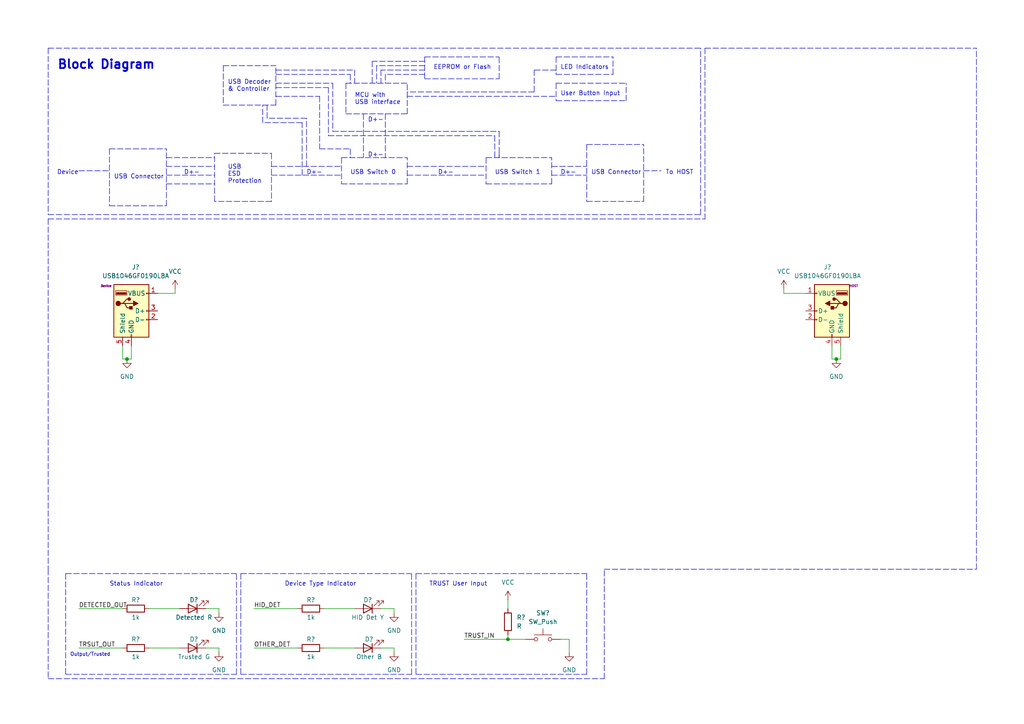
<source format=kicad_sch>
(kicad_sch (version 20210621) (generator eeschema)
  (paper "A4")
  (title_block (title "BadUSB Killer") (date "2021-11-26") (rev "2") (company "BY Xiaosheng An") (comment 1 "current status. See the block Diagram for details.") (comment 2 "devices to bypass this protection. LED Indicators show the connected device type and ") (comment 3 "Host Computer. Basically this will ban all HID devices. User can define and store trusted ") (comment 4 "This device will detect, analyse and prevent the BadUSB device from connecting to the "))
  (lib_symbols
    (symbol "Connector:USB_A" (pin_names (offset 1.016))
      (property "Reference" "J" (at -5.08 11.43 0))
      (property "Value" "USB_A" (at -5.08 8.89 0))
      (symbol "USB_A_0_1"
        (rectangle (start -5.08 -7.62) (end 5.08 7.62) (stroke (width 0.254)) (fill (type background)))
        (circle (center -3.81 2.159) (radius 0.635) (stroke (width 0.254)) (fill (type outline)))
        (rectangle (start -1.524 4.826) (end -4.318 5.334) (fill (type outline)))
        (rectangle (start -1.27 4.572) (end -4.572 5.842))
        (circle (center -0.635 3.429) (radius 0.381) (stroke (width 0.254)) (fill (type outline)))
        (rectangle (start -0.127 -7.62) (end 0.127 -6.858))
        (polyline (pts (xy -3.175 2.159) (xy -2.54 2.159) (xy -1.27 3.429) (xy -0.635 3.429)) (stroke (width 0.254)))
        (polyline (pts (xy -2.54 2.159) (xy -1.905 2.159) (xy -1.27 0.889) (xy 0 0.889)) (stroke (width 0.254)))
        (polyline (pts (xy 0.635 2.794) (xy 0.635 1.524) (xy 1.905 2.159) (xy 0.635 2.794)) (stroke (width 0.254)) (fill (type outline)))
        (rectangle (start 0.254 1.27) (end -0.508 0.508) (stroke (width 0.254)) (fill (type outline)))
        (rectangle (start 5.08 -2.667) (end 4.318 -2.413))
        (rectangle (start 5.08 -0.127) (end 4.318 0.127))
        (rectangle (start 5.08 4.953) (end 4.318 5.207))
      )
      (symbol "USB_A_1_1"
        (polyline (pts (xy -1.905 2.159) (xy 0.635 2.159)) (stroke (width 0.254)))
        (pin power_in line (at 7.62 5.08 180) (length 2.54) (name "VBUS") (number "1"))
        (pin bidirectional line (at 7.62 -2.54 180) (length 2.54) (name "D-") (number "2"))
        (pin bidirectional line (at 7.62 0 180) (length 2.54) (name "D+") (number "3"))
        (pin power_in line (at 0 -10.16 90) (length 2.54) (name "GND") (number "4"))
        (pin passive line (at -2.54 -10.16 90) (length 2.54) (name "Shield") (number "5"))
      )
    )
    (symbol "Device:LED" (pin_numbers hide) (pin_names (offset 1.016) hide)
      (property "Reference" "D" (at 0 2.54 0))
      (property "Value" "LED" (at 0 -2.54 0))
      (symbol "LED_0_1"
        (polyline (pts (xy -1.27 -1.27) (xy -1.27 1.27)) (stroke (width 0.254)))
        (polyline (pts (xy -1.27 0) (xy 1.27 0)))
        (polyline (pts (xy 1.27 -1.27) (xy 1.27 1.27) (xy -1.27 0) (xy 1.27 -1.27)) (stroke (width 0.254)))
        (polyline (pts (xy -3.048 -0.762) (xy -4.572 -2.286) (xy -3.81 -2.286) (xy -4.572 -2.286) (xy -4.572 -1.524)))
        (polyline (pts (xy -1.778 -0.762) (xy -3.302 -2.286) (xy -2.54 -2.286) (xy -3.302 -2.286) (xy -3.302 -1.524)))
      )
      (symbol "LED_1_1"
        (pin passive line (at -3.81 0 0) (length 2.54) (name "K") (number "1"))
        (pin passive line (at 3.81 0 180) (length 2.54) (name "A") (number "2"))
      )
    )
    (symbol "Device:R" (pin_numbers hide) (pin_names (offset 0))
      (property "Reference" "R" (at 2.032 0 90))
      (property "Value" "R" (at 0 0 90))
      (symbol "R_0_1"
        (rectangle (start -1.016 -2.54) (end 1.016 2.54) (stroke (width 0.254)))
      )
      (symbol "R_1_1"
        (pin passive line (at 0 3.81 270) (length 1.27) (name "~") (number "1"))
        (pin passive line (at 0 -3.81 90) (length 1.27) (name "~") (number "2"))
      )
    )
    (symbol "Switch:SW_Push" (pin_numbers hide) (pin_names (offset 1.016) hide)
      (property "Reference" "SW" (at 1.27 2.54 0))
      (property "Value" "SW_Push" (at 0 -1.524 0))
      (symbol "SW_Push_0_1"
        (circle (center -2.032 0) (radius 0.508))
        (polyline (pts (xy 0 1.27) (xy 0 3.048)))
        (polyline (pts (xy 2.54 1.27) (xy -2.54 1.27)))
        (circle (center 2.032 0) (radius 0.508))
        (pin passive line (at -5.08 0 0) (length 2.54) (name "1") (number "1"))
        (pin passive line (at 5.08 0 180) (length 2.54) (name "2") (number "2"))
      )
    )
    (symbol "power:GND" (power) (pin_names (offset 0))
      (property "Value" "GND" (at 0 -3.81 0))
      (symbol "GND_0_1"
        (polyline (pts (xy 0 0) (xy 0 -1.27) (xy 1.27 -1.27) (xy 0 -2.54) (xy -1.27 -1.27) (xy 0 -1.27)))
      )
      (symbol "GND_1_1"
        (pin power_in line (at 0 0 270) (length 0) hide (name "GND") (number "1"))
      )
    )
    (symbol "power:VCC" (power) (pin_names (offset 0))
      (property "Value" "VCC" (at 0 3.81 0))
      (symbol "VCC_0_1"
        (polyline (pts (xy -0.762 1.27) (xy 0 2.54)))
        (polyline (pts (xy 0 0) (xy 0 2.54)))
        (polyline (pts (xy 0 2.54) (xy 0.762 1.27)))
      )
      (symbol "VCC_1_1"
        (pin power_in line (at 0 0 90) (length 0) hide (name "VCC") (number "1"))
      )
    )
  )
  (junction (at 36.83 104.14))
  (junction (at 147.32 185.42))
  (junction (at 242.57 104.14))
  (polyline (pts (xy 203.2 62.23) (xy 203.2 13.97)))
  (polyline (pts (xy 13.97 13.97) (xy 13.97 62.23)))
  (polyline (pts (xy 13.97 13.97) (xy 203.2 13.97)))
  (polyline (pts (xy 13.97 62.23) (xy 203.2 62.23)))
  (polyline (pts (xy 102.87 20.32) (xy 102.87 24.13)))
  (polyline (pts (xy 80.01 20.32) (xy 102.87 20.32)))
  (polyline (pts (xy 88.9 34.29) (xy 77.47 34.29)))
  (polyline (pts (xy 77.47 34.29) (xy 77.47 30.48)))
  (polyline (pts (xy 88.9 48.26) (xy 88.9 34.29)))
  (polyline (pts (xy 120.65 166.37) (xy 120.65 195.58)))
  (polyline (pts (xy 283.21 62.23) (xy 283.21 63.5)))
  (polyline (pts (xy 13.97 63.5) (xy 204.47 63.5)))
  (polyline (pts (xy 48.26 50.8) (xy 62.23 50.8)))
  (polyline (pts (xy 19.05 195.58) (xy 68.58 195.58)))
  (polyline (pts (xy 19.05 166.37) (xy 19.05 195.58)))
  (polyline (pts (xy 160.02 48.26) (xy 170.18 48.26)))
  (wire (pts (xy 243.84 104.14) (xy 242.57 104.14)))
  (wire (pts (xy 243.84 100.33) (xy 243.84 104.14)))
  (polyline (pts (xy 48.26 53.34) (xy 62.23 53.34)))
  (polyline (pts (xy 123.19 17.78) (xy 107.95 17.78)))
  (polyline (pts (xy 107.95 17.78) (xy 107.95 24.13)))
  (polyline (pts (xy 118.11 48.26) (xy 140.97 48.26)))
  (polyline (pts (xy 161.29 29.21) (xy 181.61 29.21)))
  (polyline (pts (xy 181.61 29.21) (xy 181.61 24.13)))
  (polyline (pts (xy 161.29 24.13) (xy 181.61 24.13)))
  (polyline (pts (xy 161.29 24.13) (xy 161.29 29.21)))
  (polyline (pts (xy 170.18 41.91) (xy 186.69 41.91)))
  (polyline (pts (xy 204.47 62.23) (xy 204.47 63.5)))
  (wire (pts (xy 110.49 176.53) (xy 114.3 176.53)))
  (wire (pts (xy 114.3 176.53) (xy 114.3 177.8)))
  (polyline (pts (xy 160.02 50.8) (xy 170.18 50.8)))
  (polyline (pts (xy 78.74 50.8) (xy 99.06 50.8)))
  (polyline (pts (xy 109.22 19.05) (xy 109.22 24.13)))
  (polyline (pts (xy 123.19 19.05) (xy 109.22 19.05)))
  (wire (pts (xy 73.66 176.53) (xy 86.36 176.53)))
  (wire (pts (xy 134.62 185.42) (xy 147.32 185.42)))
  (wire (pts (xy 63.5 176.53) (xy 63.5 177.8)))
  (wire (pts (xy 59.69 176.53) (xy 63.5 176.53)))
  (wire (pts (xy 22.86 176.53) (xy 35.56 176.53)))
  (wire (pts (xy 22.86 187.96) (xy 35.56 187.96)))
  (wire (pts (xy 110.49 187.96) (xy 114.3 187.96)))
  (wire (pts (xy 114.3 187.96) (xy 114.3 189.23)))
  (polyline (pts (xy 48.26 45.72) (xy 62.23 45.72)))
  (polyline (pts (xy 170.18 41.91) (xy 170.18 58.42)))
  (wire (pts (xy 93.98 187.96) (xy 102.87 187.96)))
  (polyline (pts (xy 22.86 49.53) (xy 31.75 49.53)))
  (wire (pts (xy 147.32 173.99) (xy 147.32 176.53)))
  (polyline (pts (xy 110.49 20.32) (xy 110.49 24.13)))
  (polyline (pts (xy 123.19 20.32) (xy 110.49 20.32)))
  (wire (pts (xy 59.69 187.96) (xy 63.5 187.96)))
  (wire (pts (xy 63.5 187.96) (xy 63.5 189.23)))
  (polyline (pts (xy 283.21 165.1) (xy 283.21 63.5)))
  (polyline (pts (xy 13.97 63.5) (xy 13.97 165.1)))
  (polyline (pts (xy 118.11 50.8) (xy 140.97 50.8)))
  (polyline (pts (xy 64.77 30.48) (xy 80.01 30.48)))
  (polyline (pts (xy 64.77 19.05) (xy 80.01 19.05)))
  (polyline (pts (xy 64.77 19.05) (xy 64.77 30.48)))
  (polyline (pts (xy 80.01 30.48) (xy 80.01 19.05)))
  (polyline (pts (xy 118.11 27.94) (xy 161.29 27.94)))
  (polyline (pts (xy 119.38 195.58) (xy 119.38 166.37)))
  (polyline (pts (xy 69.85 166.37) (xy 119.38 166.37)))
  (polyline (pts (xy 69.85 166.37) (xy 69.85 195.58)))
  (polyline (pts (xy 69.85 195.58) (xy 119.38 195.58)))
  (polyline (pts (xy 31.75 43.18) (xy 48.26 43.18)))
  (polyline (pts (xy 31.75 43.18) (xy 31.75 59.69)))
  (polyline (pts (xy 31.75 59.69) (xy 48.26 59.69)))
  (polyline (pts (xy 48.26 59.69) (xy 48.26 43.18)))
  (polyline (pts (xy 80.01 25.4) (xy 95.25 25.4)))
  (polyline (pts (xy 143.51 39.37) (xy 143.51 45.72)))
  (polyline (pts (xy 95.25 25.4) (xy 95.25 39.37)))
  (polyline (pts (xy 95.25 39.37) (xy 143.51 39.37)))
  (wire (pts (xy 38.1 104.14) (xy 36.83 104.14)))
  (wire (pts (xy 38.1 100.33) (xy 38.1 104.14)))
  (polyline (pts (xy 100.33 24.13) (xy 100.33 33.02)))
  (polyline (pts (xy 118.11 33.02) (xy 118.11 24.13)))
  (polyline (pts (xy 100.33 24.13) (xy 118.11 24.13)))
  (polyline (pts (xy 100.33 33.02) (xy 118.11 33.02)))
  (polyline (pts (xy 48.26 48.26) (xy 62.23 48.26)))
  (polyline (pts (xy 105.41 33.02) (xy 105.41 45.72)))
  (wire (pts (xy 165.1 185.42) (xy 165.1 189.23)))
  (wire (pts (xy 162.56 185.42) (xy 165.1 185.42)))
  (wire (pts (xy 73.66 187.96) (xy 86.36 187.96)))
  (polyline (pts (xy 19.05 166.37) (xy 68.58 166.37)))
  (polyline (pts (xy 62.23 44.45) (xy 78.74 44.45)))
  (polyline (pts (xy 62.23 58.42) (xy 62.23 44.45)))
  (polyline (pts (xy 78.74 58.42) (xy 62.23 58.42)))
  (polyline (pts (xy 78.74 44.45) (xy 78.74 58.42)))
  (polyline (pts (xy 123.19 22.86) (xy 144.78 22.86)))
  (polyline (pts (xy 144.78 22.86) (xy 144.78 16.51)))
  (polyline (pts (xy 123.19 16.51) (xy 123.19 22.86)))
  (polyline (pts (xy 123.19 16.51) (xy 144.78 16.51)))
  (polyline (pts (xy 177.8 21.59) (xy 177.8 16.51)))
  (polyline (pts (xy 161.29 16.51) (xy 177.8 16.51)))
  (polyline (pts (xy 161.29 21.59) (xy 177.8 21.59)))
  (polyline (pts (xy 161.29 16.51) (xy 161.29 21.59)))
  (wire (pts (xy 35.56 100.33) (xy 35.56 104.14)))
  (wire (pts (xy 35.56 104.14) (xy 36.83 104.14)))
  (polyline (pts (xy 68.58 195.58) (xy 68.58 166.37)))
  (polyline (pts (xy 80.01 21.59) (xy 101.6 21.59)))
  (polyline (pts (xy 101.6 21.59) (xy 101.6 24.13)))
  (polyline (pts (xy 99.06 45.72) (xy 99.06 53.34)))
  (polyline (pts (xy 99.06 53.34) (xy 118.11 53.34)))
  (polyline (pts (xy 118.11 53.34) (xy 118.11 45.72)))
  (polyline (pts (xy 99.06 45.72) (xy 118.11 45.72)))
  (polyline (pts (xy 80.01 24.13) (xy 96.52 24.13)))
  (polyline (pts (xy 96.52 24.13) (xy 96.52 38.1)))
  (polyline (pts (xy 96.52 38.1) (xy 144.78 38.1)))
  (polyline (pts (xy 144.78 38.1) (xy 144.78 45.72)))
  (polyline (pts (xy 170.18 58.42) (xy 186.69 58.42)))
  (wire (pts (xy 147.32 184.15) (xy 147.32 185.42)))
  (wire (pts (xy 147.32 185.42) (xy 152.4 185.42)))
  (polyline (pts (xy 120.65 166.37) (xy 170.18 166.37)))
  (wire (pts (xy 45.72 85.09) (xy 50.8 85.09)))
  (wire (pts (xy 50.8 85.09) (xy 50.8 83.82)))
  (polyline (pts (xy 120.65 195.58) (xy 170.18 195.58)))
  (polyline (pts (xy 144.78 44.45) (xy 144.78 45.72)))
  (polyline (pts (xy 186.69 49.53) (xy 191.77 49.53)))
  (polyline (pts (xy 186.69 58.42) (xy 186.69 41.91)))
  (polyline (pts (xy 175.26 165.1) (xy 283.21 165.1)))
  (polyline (pts (xy 13.97 196.85) (xy 175.26 196.85)))
  (polyline (pts (xy 175.26 196.85) (xy 175.26 165.1)))
  (polyline (pts (xy 13.97 165.1) (xy 13.97 196.85)))
  (polyline (pts (xy 170.18 195.58) (xy 170.18 166.37)))
  (polyline (pts (xy 78.74 48.26) (xy 99.06 48.26)))
  (polyline (pts (xy 283.21 62.23) (xy 283.21 13.97)))
  (polyline (pts (xy 204.47 13.97) (xy 283.21 13.97)))
  (polyline (pts (xy 204.47 13.97) (xy 204.47 62.23)))
  (polyline (pts (xy 123.19 21.59) (xy 111.76 21.59)))
  (polyline (pts (xy 111.76 21.59) (xy 111.76 24.13)))
  (polyline (pts (xy 101.6 43.18) (xy 101.6 45.72)))
  (polyline (pts (xy 92.71 43.18) (xy 101.6 43.18)))
  (polyline (pts (xy 80.01 27.94) (xy 92.71 27.94)))
  (polyline (pts (xy 92.71 27.94) (xy 92.71 43.18)))
  (wire (pts (xy 241.3 104.14) (xy 242.57 104.14)))
  (wire (pts (xy 241.3 100.33) (xy 241.3 104.14)))
  (wire (pts (xy 227.33 83.82) (xy 227.33 85.09)))
  (wire (pts (xy 227.33 85.09) (xy 233.68 85.09)))
  (wire (pts (xy 43.18 176.53) (xy 52.07 176.53)))
  (polyline (pts (xy 140.97 45.72) (xy 140.97 53.34)))
  (polyline (pts (xy 160.02 53.34) (xy 160.02 45.72)))
  (polyline (pts (xy 140.97 53.34) (xy 160.02 53.34)))
  (polyline (pts (xy 140.97 45.72) (xy 160.02 45.72)))
  (polyline (pts (xy 111.76 33.02) (xy 111.76 45.72)))
  (wire (pts (xy 93.98 176.53) (xy 102.87 176.53)))
  (polyline (pts (xy 87.63 50.8) (xy 87.63 35.56)))
  (polyline (pts (xy 87.63 35.56) (xy 76.2 35.56)))
  (polyline (pts (xy 76.2 35.56) (xy 76.2 30.48)))
  (wire (pts (xy 43.18 187.96) (xy 52.07 187.96)))
  (polyline (pts (xy 154.94 26.67) (xy 118.11 26.67)))
  (polyline (pts (xy 161.29 20.32) (xy 154.94 20.32)))
  (polyline (pts (xy 154.94 20.32) (xy 154.94 26.67)))
  (text "USB Decoder\n& Controller" (at 66.04 26.67 0) (effects (font (size 1.27 1.27)) (justify left bottom)))
  (text "Device Type Indicator" (at 82.55 170.18 0) (effects (font (size 1.27 1.27)) (justify left bottom)))
  (text "D+-" (at 106.68 45.72 0) (effects (font (size 1.27 1.27)) (justify left bottom)))
  (text "USB Connector" (at 33.02 52.07 0) (effects (font (size 1.27 1.27)) (justify left bottom)))
  (text "D+-" (at 88.9 50.8 0) (effects (font (size 1.27 1.27)) (justify left bottom)))
  (text "USB Switch 0" (at 101.6 50.8 0) (effects (font (size 1.27 1.27)) (justify left bottom)))
  (text "D+-" (at 53.34 50.8 0) (effects (font (size 1.27 1.27)) (justify left bottom)))
  (text "D+-" (at 106.68 35.56 0) (effects (font (size 1.27 1.27)) (justify left bottom)))
  (text "Device" (at 16.51 50.8 0) (effects (font (size 1.27 1.27)) (justify left bottom)))
  (text "D+-" (at 127 50.8 0) (effects (font (size 1.27 1.27)) (justify left bottom)))
  (text "USB Switch 1" (at 143.51 50.8 0) (effects (font (size 1.27 1.27)) (justify left bottom)))
  (text "LED Indicators" (at 162.56 20.32 0) (effects (font (size 1.27 1.27)) (justify left bottom)))
  (text "USB\nESD\nProtection" (at 66.04 53.34 0) (effects (font (size 1.27 1.27)) (justify left bottom)))
  (text "Status Indicator" (at 31.75 170.18 0) (effects (font (size 1.27 1.27)) (justify left bottom)))
  (text "User Button Input" (at 162.56 27.94 0) (effects (font (size 1.27 1.27)) (justify left bottom)))
  (text "EEPROM or Flash" (at 125.73 20.32 0) (effects (font (size 1.27 1.27)) (justify left bottom)))
  (text "USB Connector" (at 171.45 50.8 0) (effects (font (size 1.27 1.27)) (justify left bottom)))
  (text "MCU with\nUSB interface" (at 102.87 30.48 0) (effects (font (size 1.27 1.27)) (justify left bottom)))
  (text "Output/Trusted" (at 20.32 190.5 0) (effects (font (size 1.016 1.016)) (justify left bottom)))
  (text "TRUST User Input" (at 124.46 170.18 0) (effects (font (size 1.27 1.27)) (justify left bottom)))
  (text "Block Diagram" (at 16.51 20.32 0) (effects (font (size 2.54 2.54) (thickness 0.508) bold) (justify left bottom)))
  (text "To HOST" (at 193.04 50.8 0) (effects (font (size 1.27 1.27)) (justify left bottom)))
  (text "D+-" (at 162.56 50.8 0) (effects (font (size 1.27 1.27)) (justify left bottom)))
  (label "TRSUT_OUT" (at 22.86 187.96 0))
  (label "HID_DET" (at 73.66 176.53 0))
  (label "TRUST_IN" (at 134.62 185.42 0))
  (label "OTHER_DET" (at 73.66 187.96 0))
  (label "DETECTED_OUT" (at 22.86 176.53 0))
  (symbol (lib_id "power:GND") (at 114.3 177.8 0) (unit 1)
    (property "Reference" "#PWR?" (effects hide))
    (property "Value" "GND" (at 114.3 182.88 0))
  )
  (symbol (lib_id "Device:R") (at 39.37 187.96 90) (unit 1)
    (property "Reference" "R?" (at 39.37 185.42 90))
    (property "Value" "1k" (at 39.37 190.5 90))
  )
  (symbol (lib_id "Device:R") (at 90.17 176.53 90) (unit 1)
    (property "Reference" "R?" (at 90.17 173.99 90))
    (property "Value" "1k" (at 90.17 179.07 90))
  )
  (symbol (lib_id "Switch:SW_Push") (at 157.48 185.42 0) (unit 1)
    (property "Reference" "SW?" (at 157.48 177.8 0))
    (property "Value" "SW_Push" (at 157.48 180.34 0))
  )
  (symbol (lib_id "Device:R") (at 39.37 176.53 90) (unit 1)
    (property "Reference" "R?" (at 39.37 173.99 90))
    (property "Value" "1k" (at 39.37 179.07 90))
  )
  (symbol (lib_id "Device:LED") (at 55.88 176.53 180) (unit 1)
    (property "Reference" "D?" (at 56.2609 173.99 0))
    (property "Value" "Detected R" (at 56.2609 179.07 0))
  )
  (symbol (lib_id "power:GND") (at 63.5 177.8 0) (unit 1)
    (property "Reference" "#PWR?" (effects hide))
    (property "Value" "GND" (at 63.5 182.88 0))
  )
  (symbol (lib_id "Device:LED") (at 106.68 187.96 180) (unit 1)
    (property "Reference" "D?" (at 107.0609 185.42 0))
    (property "Value" "Other B" (at 107.0609 190.5 0))
  )
  (symbol (lib_id "power:GND") (at 114.3 189.23 0) (unit 1)
    (property "Reference" "#PWR?" (effects hide))
    (property "Value" "GND" (at 114.3 194.31 0))
  )
  (symbol (lib_id "power:VCC") (at 147.32 173.99 0) (unit 1)
    (property "Reference" "#PWR?" (effects hide))
    (property "Value" "VCC" (at 147.32 168.91 0))
  )
  (symbol (lib_id "Connector:USB_A") (at 241.3 90.17 0) (mirror y) (unit 1)
    (property "Reference" "J?" (at 240.03 77.47 0))
    (property "Value" "USB1046GF0190LBA" (at 240.03 80.01 0))
    (property "Footprint" "BadUSB Killer v2:USB1046GF0190LBA" (effects hide))
    (property "Datasheet" "https://www.farnell.com/cad/1916309.pdf" (effects hide))
    (property "Source" "https://uk.farnell.com/amphenol-icc-fci/87583-3010rpalf/usb-connector-type-a-rcpt-4pos/dp/2886155" (effects hide))
    (property "Comment" "HOST" (at 246.38 82.55 0) (effects (font (size 0.635 0.635)) (justify right top)))
  )
  (symbol (lib_id "Device:LED") (at 106.68 176.53 180) (unit 1)
    (property "Reference" "D?" (at 106.68 173.99 0))
    (property "Value" "HID Det Y" (at 106.68 179.07 0))
  )
  (symbol (lib_id "Device:R") (at 90.17 187.96 90) (unit 1)
    (property "Reference" "R?" (at 90.17 185.42 90))
    (property "Value" "1k" (at 90.17 190.5 90))
  )
  (symbol (lib_id "power:GND") (at 63.5 189.23 0) (unit 1)
    (property "Reference" "#PWR?" (effects hide))
    (property "Value" "GND" (at 63.5 194.31 0))
  )
  (symbol (lib_id "Device:R") (at 147.32 180.34 180) (unit 1)
    (property "Reference" "R?" (at 149.86 179.0699 0) (effects (justify right)))
    (property "Value" "R" (at 149.86 181.6099 0) (effects (justify right)))
  )
  (symbol (lib_id "Connector:USB_A") (at 38.1 90.17 0) (unit 1)
    (property "Reference" "J?" (at 39.37 77.47 0))
    (property "Value" "USB1046GF0190LBA" (at 39.37 80.01 0))
    (property "Footprint" "BadUSB Killer v2:USB1046GF0190LBA" (effects hide))
    (property "Datasheet" "https://www.farnell.com/cad/1916309.pdf" (effects hide))
    (property "Source" "https://uk.farnell.com/amphenol-icc-fci/87583-3010rpalf/usb-connector-type-a-rcpt-4pos/dp/2886155" (effects hide))
    (property "Description" "Device" (at 29.21 82.55 0) (effects (font (size 0.635 0.635)) (justify left top)))
  )
  (symbol (lib_id "power:GND") (at 36.83 104.14 0) (unit 1)
    (property "Reference" "#PWR?" (effects hide))
    (property "Value" "GND" (at 36.83 109.22 0))
  )
  (symbol (lib_id "power:VCC") (at 227.33 83.82 0) (unit 1)
    (property "Reference" "#PWR?" (effects hide))
    (property "Value" "VCC" (at 227.33 78.74 0))
  )
  (symbol (lib_id "power:VCC") (at 50.8 83.82 0) (unit 1)
    (property "Reference" "#PWR?" (effects hide))
    (property "Value" "VCC" (at 50.8 78.74 0))
  )
  (symbol (lib_id "power:GND") (at 242.57 104.14 0) (unit 1)
    (property "Reference" "#PWR?" (effects hide))
    (property "Value" "GND" (at 242.57 109.22 0))
  )
  (symbol (lib_id "power:GND") (at 165.1 189.23 0) (unit 1)
    (property "Reference" "#PWR?" (effects hide))
    (property "Value" "GND" (at 165.1 194.31 0))
  )
  (symbol (lib_id "Device:LED") (at 55.88 187.96 180) (unit 1)
    (property "Reference" "D?" (at 56.2609 185.42 0))
    (property "Value" "Trusted G" (at 56.2609 190.5 0))
  )
)
</source>
